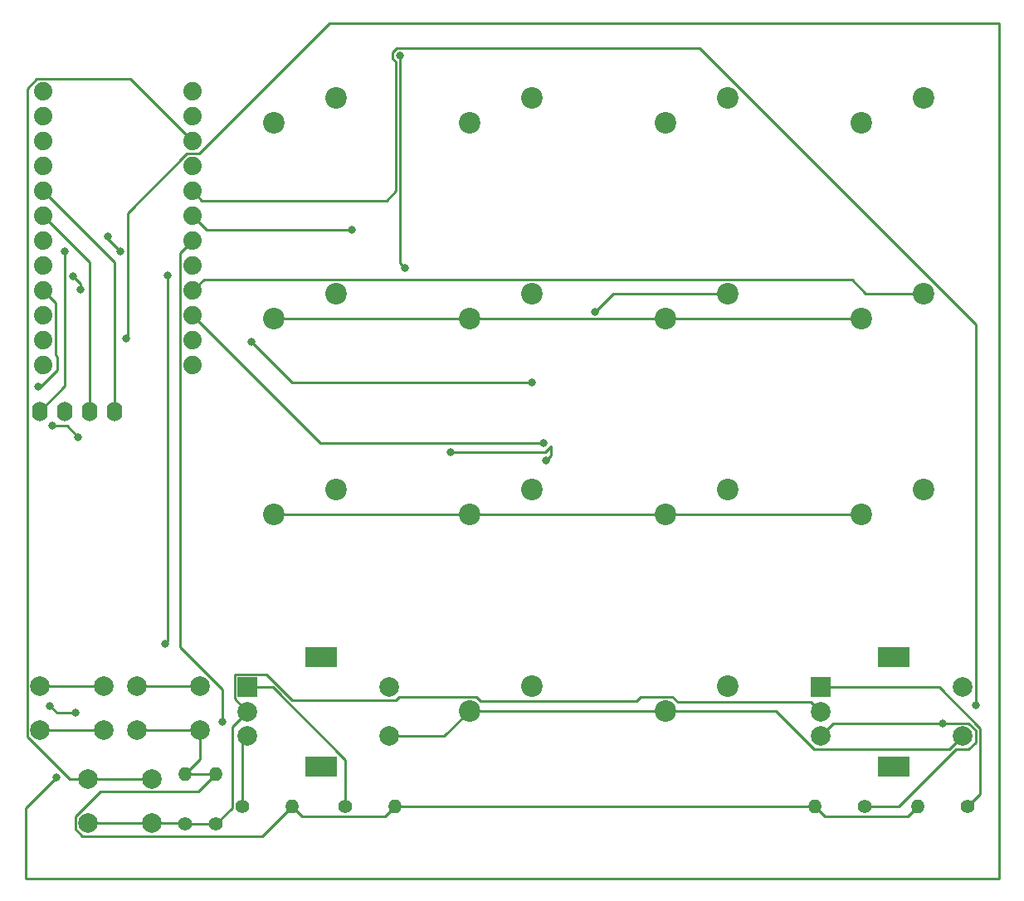
<source format=gbr>
%TF.GenerationSoftware,KiCad,Pcbnew,(5.1.6)-1*%
%TF.CreationDate,2021-03-20T19:18:11-04:00*%
%TF.ProjectId,MacroKeyboard2RotaryEncoders_Mech_with_profiles,4d616372-6f4b-4657-9962-6f6172643252,rev?*%
%TF.SameCoordinates,Original*%
%TF.FileFunction,Copper,L2,Bot*%
%TF.FilePolarity,Positive*%
%FSLAX46Y46*%
G04 Gerber Fmt 4.6, Leading zero omitted, Abs format (unit mm)*
G04 Created by KiCad (PCBNEW (5.1.6)-1) date 2021-03-20 19:18:11*
%MOMM*%
%LPD*%
G01*
G04 APERTURE LIST*
%TA.AperFunction,ComponentPad*%
%ADD10C,1.879600*%
%TD*%
%TA.AperFunction,ComponentPad*%
%ADD11O,1.600000X2.000000*%
%TD*%
%TA.AperFunction,ComponentPad*%
%ADD12O,1.400000X1.400000*%
%TD*%
%TA.AperFunction,ComponentPad*%
%ADD13C,1.400000*%
%TD*%
%TA.AperFunction,ComponentPad*%
%ADD14C,2.200000*%
%TD*%
%TA.AperFunction,ComponentPad*%
%ADD15C,2.000000*%
%TD*%
%TA.AperFunction,ComponentPad*%
%ADD16R,3.200000X2.000000*%
%TD*%
%TA.AperFunction,ComponentPad*%
%ADD17R,2.000000X2.000000*%
%TD*%
%TA.AperFunction,ViaPad*%
%ADD18C,0.800000*%
%TD*%
%TA.AperFunction,Conductor*%
%ADD19C,0.250000*%
%TD*%
G04 APERTURE END LIST*
D10*
%TO.P,B1,1*%
%TO.N,Net-(B1-Pad1)*%
X58170000Y-47366400D03*
%TO.P,B1,2*%
%TO.N,Net-(B1-Pad2)*%
X58170000Y-49906400D03*
%TO.P,B1,3*%
%TO.N,GND*%
X58170000Y-52446400D03*
%TO.P,B1,4*%
X58170000Y-54986400D03*
%TO.P,B1,5*%
%TO.N,SDA*%
X58170000Y-57526400D03*
%TO.P,B1,6*%
%TO.N,SCL*%
X58170000Y-60066400D03*
%TO.P,B1,7*%
%TO.N,ROW1*%
X58170000Y-62606400D03*
%TO.P,B1,8*%
%TO.N,ROW2*%
X58170000Y-65146400D03*
%TO.P,B1,9*%
%TO.N,ROW3*%
X58170000Y-67686400D03*
%TO.P,B1,10*%
%TO.N,RE1S1*%
X58170000Y-70226400D03*
%TO.P,B1,11*%
%TO.N,UP*%
X58170000Y-72766400D03*
%TO.P,B1,12*%
%TO.N,DOWN*%
X58170000Y-75306400D03*
%TO.P,B1,13*%
%TO.N,COL1*%
X73410000Y-75306400D03*
%TO.P,B1,14*%
%TO.N,COL2*%
X73410000Y-72766400D03*
%TO.P,B1,15*%
%TO.N,COL3*%
X73410000Y-70226400D03*
%TO.P,B1,16*%
%TO.N,COL4*%
X73410000Y-67686400D03*
%TO.P,B1,17*%
%TO.N,RE1A*%
X73410000Y-65146400D03*
%TO.P,B1,18*%
%TO.N,RE1B*%
X73410000Y-62606400D03*
%TO.P,B1,19*%
%TO.N,RE2A*%
X73410000Y-60066400D03*
%TO.P,B1,20*%
%TO.N,RE2B*%
X73410000Y-57526400D03*
%TO.P,B1,21*%
%TO.N,VCC*%
X73410000Y-54986400D03*
%TO.P,B1,22*%
%TO.N,Net-(B1-Pad22)*%
X73410000Y-52446400D03*
%TO.P,B1,23*%
%TO.N,GND*%
X73410000Y-49906400D03*
%TO.P,B1,24*%
%TO.N,Net-(B1-Pad24)*%
X73410000Y-47366400D03*
%TD*%
D11*
%TO.P,Brd1,4*%
%TO.N,SDA*%
X65417200Y-79976400D03*
%TO.P,Brd1,3*%
%TO.N,SCL*%
X62877200Y-79976400D03*
%TO.P,Brd1,1*%
%TO.N,GND*%
X57797200Y-79976400D03*
%TO.P,Brd1,2*%
%TO.N,VCC*%
X60337200Y-79976400D03*
%TD*%
D12*
%TO.P,R1,2*%
%TO.N,VCC*%
X83518400Y-120304800D03*
D13*
%TO.P,R1,1*%
%TO.N,RE1B*%
X78438400Y-120304800D03*
%TD*%
%TO.P,R2,1*%
%TO.N,RE1A*%
X88959600Y-120306400D03*
D12*
%TO.P,R2,2*%
%TO.N,VCC*%
X94039600Y-120306400D03*
%TD*%
%TO.P,R3,2*%
%TO.N,VCC*%
X136892999Y-120298599D03*
D13*
%TO.P,R3,1*%
%TO.N,RE2B*%
X141972999Y-120298599D03*
%TD*%
%TO.P,R4,1*%
%TO.N,RE2A*%
X152491600Y-120301200D03*
D12*
%TO.P,R4,2*%
%TO.N,VCC*%
X147411600Y-120301200D03*
%TD*%
%TO.P,R5,2*%
%TO.N,VCC*%
X75783801Y-117030999D03*
D13*
%TO.P,R5,1*%
%TO.N,GND*%
X75783801Y-122110999D03*
%TD*%
%TO.P,R6,1*%
%TO.N,GND*%
X72633801Y-122110999D03*
D12*
%TO.P,R6,2*%
%TO.N,VCC*%
X72633801Y-117030999D03*
%TD*%
D14*
%TO.P,SW1,2*%
%TO.N,ROW1*%
X81650000Y-50540000D03*
%TO.P,SW1,1*%
%TO.N,COL1*%
X88000000Y-48000000D03*
%TD*%
%TO.P,SW2,1*%
%TO.N,COL2*%
X108000000Y-48000000D03*
%TO.P,SW2,2*%
%TO.N,ROW1*%
X101650000Y-50540000D03*
%TD*%
%TO.P,SW3,2*%
%TO.N,ROW1*%
X121650000Y-50540000D03*
%TO.P,SW3,1*%
%TO.N,COL3*%
X128000000Y-48000000D03*
%TD*%
%TO.P,SW4,2*%
%TO.N,ROW1*%
X141650000Y-50540000D03*
%TO.P,SW4,1*%
%TO.N,COL4*%
X148000000Y-48000000D03*
%TD*%
%TO.P,SW5,2*%
%TO.N,ROW2*%
X81650000Y-70540000D03*
%TO.P,SW5,1*%
%TO.N,COL1*%
X88000000Y-68000000D03*
%TD*%
%TO.P,SW6,1*%
%TO.N,COL2*%
X108000000Y-68000000D03*
%TO.P,SW6,2*%
%TO.N,ROW2*%
X101650000Y-70540000D03*
%TD*%
%TO.P,SW7,1*%
%TO.N,COL3*%
X128000000Y-68000000D03*
%TO.P,SW7,2*%
%TO.N,ROW2*%
X121650000Y-70540000D03*
%TD*%
%TO.P,SW8,1*%
%TO.N,COL4*%
X148000000Y-68000000D03*
%TO.P,SW8,2*%
%TO.N,ROW2*%
X141650000Y-70540000D03*
%TD*%
%TO.P,SW9,1*%
%TO.N,COL1*%
X88000000Y-88000000D03*
%TO.P,SW9,2*%
%TO.N,ROW3*%
X81650000Y-90540000D03*
%TD*%
%TO.P,SW10,2*%
%TO.N,ROW3*%
X101650000Y-90540000D03*
%TO.P,SW10,1*%
%TO.N,COL2*%
X108000000Y-88000000D03*
%TD*%
%TO.P,SW11,1*%
%TO.N,COL3*%
X128000000Y-88000000D03*
%TO.P,SW11,2*%
%TO.N,ROW3*%
X121650000Y-90540000D03*
%TD*%
%TO.P,SW12,2*%
%TO.N,ROW3*%
X141650000Y-90540000D03*
%TO.P,SW12,1*%
%TO.N,COL4*%
X148000000Y-88000000D03*
%TD*%
D15*
%TO.P,SW13,S1*%
%TO.N,RE1S1*%
X93484800Y-113151600D03*
%TO.P,SW13,S2*%
%TO.N,COL1*%
X93484800Y-108151600D03*
D16*
%TO.P,SW13,MP*%
%TO.N,N/C*%
X86484800Y-116251600D03*
X86484800Y-105051600D03*
D15*
%TO.P,SW13,B*%
%TO.N,RE1B*%
X78984800Y-113151600D03*
%TO.P,SW13,C*%
%TO.N,GND*%
X78984800Y-110651600D03*
D17*
%TO.P,SW13,A*%
%TO.N,RE1A*%
X78984800Y-108151600D03*
%TD*%
D14*
%TO.P,SW14,2*%
%TO.N,RE1S1*%
X101650000Y-110540000D03*
%TO.P,SW14,1*%
%TO.N,COL2*%
X108000000Y-108000000D03*
%TD*%
%TO.P,SW15,1*%
%TO.N,COL3*%
X128000000Y-108000000D03*
%TO.P,SW15,2*%
%TO.N,RE1S1*%
X121650000Y-110540000D03*
%TD*%
D17*
%TO.P,SW16,A*%
%TO.N,RE2A*%
X137438800Y-108151600D03*
D15*
%TO.P,SW16,C*%
%TO.N,GND*%
X137438800Y-110651600D03*
%TO.P,SW16,B*%
%TO.N,RE2B*%
X137438800Y-113151600D03*
D16*
%TO.P,SW16,MP*%
%TO.N,N/C*%
X144938800Y-105051600D03*
X144938800Y-116251600D03*
D15*
%TO.P,SW16,S2*%
%TO.N,COL4*%
X151938800Y-108151600D03*
%TO.P,SW16,S1*%
%TO.N,RE1S1*%
X151938800Y-113151600D03*
%TD*%
%TO.P,SW17,2*%
%TO.N,GND*%
X62750600Y-122000400D03*
%TO.P,SW17,1*%
%TO.N,Net-(B1-Pad22)*%
X62750600Y-117500400D03*
%TO.P,SW17,2*%
%TO.N,GND*%
X69250600Y-122000400D03*
%TO.P,SW17,1*%
%TO.N,Net-(B1-Pad22)*%
X69250600Y-117500400D03*
%TD*%
%TO.P,SW18,1*%
%TO.N,UP*%
X64330400Y-108051600D03*
%TO.P,SW18,2*%
%TO.N,VCC*%
X64330400Y-112551600D03*
%TO.P,SW18,1*%
%TO.N,UP*%
X57830400Y-108051600D03*
%TO.P,SW18,2*%
%TO.N,VCC*%
X57830400Y-112551600D03*
%TD*%
%TO.P,SW19,2*%
%TO.N,VCC*%
X67680000Y-112552400D03*
%TO.P,SW19,1*%
%TO.N,DOWN*%
X67680000Y-108052400D03*
%TO.P,SW19,2*%
%TO.N,VCC*%
X74180000Y-112552400D03*
%TO.P,SW19,1*%
%TO.N,DOWN*%
X74180000Y-108052400D03*
%TD*%
D18*
%TO.N,GND*%
X60350400Y-63703200D03*
%TO.N,ROW2*%
X64719200Y-62128400D03*
X66040000Y-63703200D03*
%TO.N,ROW3*%
X57607200Y-77470000D03*
X94538800Y-43688000D03*
X95046800Y-65379600D03*
%TO.N,UP*%
X58826400Y-110032800D03*
X61417200Y-110744000D03*
X59486800Y-117348000D03*
X66598800Y-72593200D03*
X61976000Y-67564000D03*
X61196347Y-66174747D03*
%TO.N,DOWN*%
X61671200Y-82600800D03*
X59029600Y-81483200D03*
%TO.N,COL2*%
X79400400Y-72898000D03*
X108000000Y-77012000D03*
%TO.N,COL3*%
X114452400Y-69815000D03*
X109220000Y-83210400D03*
%TO.N,RE1A*%
X70866000Y-66090800D03*
X70612000Y-103733600D03*
%TO.N,RE1B*%
X76454000Y-111709200D03*
%TO.N,RE2A*%
X109474000Y-84988400D03*
X99720400Y-84124800D03*
X89662000Y-61468000D03*
%TO.N,RE2B*%
X153263600Y-109982000D03*
X149926599Y-111826599D03*
%TD*%
D19*
%TO.N,GND*%
X69250600Y-122000400D02*
X62750600Y-122000400D01*
X72523202Y-122000400D02*
X72633801Y-122110999D01*
X69250600Y-122000400D02*
X72523202Y-122000400D01*
X72633801Y-122110999D02*
X75783801Y-122110999D01*
X77413399Y-120481401D02*
X75783801Y-122110999D01*
X77413399Y-112223001D02*
X77413399Y-120481401D01*
X78984800Y-110651600D02*
X77413399Y-112223001D01*
X77659799Y-109326599D02*
X78984800Y-110651600D01*
X77659799Y-106891599D02*
X77659799Y-109326599D01*
X77724799Y-106826599D02*
X77659799Y-106891599D01*
X83531213Y-109476601D02*
X80881211Y-106826599D01*
X94120801Y-109476601D02*
X83531213Y-109476601D01*
X94482403Y-109114999D02*
X94120801Y-109476601D01*
X102334001Y-109114999D02*
X94482403Y-109114999D01*
X102794602Y-109575600D02*
X102334001Y-109114999D01*
X118668800Y-109575600D02*
X102794602Y-109575600D01*
X80881211Y-106826599D02*
X77724799Y-106826599D01*
X119129401Y-109114999D02*
X118668800Y-109575600D01*
X122870603Y-109651601D02*
X122334001Y-109114999D01*
X136438801Y-109651601D02*
X122870603Y-109651601D01*
X122334001Y-109114999D02*
X119129401Y-109114999D01*
X137438800Y-110651600D02*
X136438801Y-109651601D01*
X57797200Y-79976400D02*
X60350400Y-77423200D01*
X60350400Y-77423200D02*
X60350400Y-63703200D01*
%TO.N,SDA*%
X65417200Y-64773600D02*
X65417200Y-79976400D01*
X58170000Y-57526400D02*
X65417200Y-64773600D01*
%TO.N,SCL*%
X62877200Y-64773600D02*
X62877200Y-79976400D01*
X58170000Y-60066400D02*
X62877200Y-64773600D01*
%TO.N,ROW2*%
X121650000Y-70540000D02*
X141650000Y-70540000D01*
X101650000Y-70540000D02*
X121650000Y-70540000D01*
X81650000Y-70540000D02*
X101650000Y-70540000D01*
X64719200Y-62128400D02*
X64719200Y-62382400D01*
X64719200Y-62382400D02*
X66040000Y-63703200D01*
%TO.N,ROW3*%
X81650000Y-90540000D02*
X101650000Y-90540000D01*
X121650000Y-90540000D02*
X101650000Y-90540000D01*
X121650000Y-90540000D02*
X141650000Y-90540000D01*
X59434801Y-74268401D02*
X59588400Y-74422000D01*
X58170000Y-67686400D02*
X59434801Y-68951201D01*
X59434801Y-68951201D02*
X59434801Y-74268401D01*
X57878306Y-77470000D02*
X57607200Y-77470000D01*
X59588400Y-74422000D02*
X59588400Y-75759906D01*
X59588400Y-75759906D02*
X57878306Y-77470000D01*
X94538800Y-43688000D02*
X94538800Y-64871600D01*
X94538800Y-64871600D02*
X95046800Y-65379600D01*
%TO.N,RE1S1*%
X99038400Y-113151600D02*
X101650000Y-110540000D01*
X93484800Y-113151600D02*
X99038400Y-113151600D01*
X101650000Y-110540000D02*
X121650000Y-110540000D01*
X150613799Y-114476601D02*
X151938800Y-113151600D01*
X136802799Y-114476601D02*
X150613799Y-114476601D01*
X132866198Y-110540000D02*
X136802799Y-114476601D01*
X121650000Y-110540000D02*
X132866198Y-110540000D01*
%TO.N,UP*%
X64330400Y-108051600D02*
X57830400Y-108051600D01*
X58826400Y-110032800D02*
X59537600Y-110744000D01*
X59537600Y-110744000D02*
X61417200Y-110744000D01*
X66765001Y-72426999D02*
X66598800Y-72593200D01*
X66765001Y-59749095D02*
X66765001Y-72426999D01*
X72802895Y-53711201D02*
X66765001Y-59749095D01*
X74017105Y-53711201D02*
X72802895Y-53711201D01*
X87378296Y-40350010D02*
X74017105Y-53711201D01*
X56350010Y-120484790D02*
X56350010Y-127649990D01*
X56350010Y-127649990D02*
X155649990Y-127649990D01*
X59486800Y-117348000D02*
X56350010Y-120484790D01*
X155649990Y-127649990D02*
X155649990Y-40350010D01*
X155649990Y-40350010D02*
X87378296Y-40350010D01*
X61976000Y-67564000D02*
X61976000Y-66954400D01*
X61976000Y-66954400D02*
X61196347Y-66174747D01*
%TO.N,DOWN*%
X67680000Y-108052400D02*
X74180000Y-108052400D01*
X61671200Y-82600800D02*
X60553600Y-81483200D01*
X60553600Y-81483200D02*
X59029600Y-81483200D01*
%TO.N,COL2*%
X83514400Y-77012000D02*
X108000000Y-77012000D01*
X79400400Y-72898000D02*
X83514400Y-77012000D01*
%TO.N,COL3*%
X128000000Y-68000000D02*
X116267400Y-68000000D01*
X116267400Y-68000000D02*
X114452400Y-69815000D01*
X86394000Y-83210400D02*
X73410000Y-70226400D01*
X109220000Y-83210400D02*
X86394000Y-83210400D01*
%TO.N,COL4*%
X74521401Y-66574999D02*
X73410000Y-67686400D01*
X140655997Y-66574999D02*
X74521401Y-66574999D01*
X142080998Y-68000000D02*
X140655997Y-66574999D01*
X148000000Y-68000000D02*
X142080998Y-68000000D01*
%TO.N,RE1A*%
X81569802Y-108151600D02*
X78984800Y-108151600D01*
X88959600Y-115541398D02*
X81569802Y-108151600D01*
X88959600Y-120306400D02*
X88959600Y-115541398D01*
X70866000Y-66090800D02*
X70866000Y-103479600D01*
X70866000Y-103479600D02*
X70612000Y-103733600D01*
%TO.N,RE1B*%
X78438400Y-113698000D02*
X78984800Y-113151600D01*
X78438400Y-120304800D02*
X78438400Y-113698000D01*
X72145199Y-104056597D02*
X76454000Y-108365398D01*
X73410000Y-62606400D02*
X72145199Y-63871201D01*
X76454000Y-108365398D02*
X76454000Y-111709200D01*
X72145199Y-63871201D02*
X72145199Y-104056597D01*
%TO.N,RE2A*%
X149536212Y-108151600D02*
X137438800Y-108151600D01*
X153713810Y-112329198D02*
X149536212Y-108151600D01*
X153713811Y-119078989D02*
X153713810Y-112329198D01*
X152491600Y-120301200D02*
X153713811Y-119078989D01*
X109378602Y-84124800D02*
X99720400Y-84124800D01*
X109945001Y-83558401D02*
X109378602Y-84124800D01*
X109474000Y-84988400D02*
X109945001Y-84517399D01*
X109945001Y-84517399D02*
X109945001Y-83558401D01*
X74811600Y-61468000D02*
X73410000Y-60066400D01*
X89662000Y-61468000D02*
X74811600Y-61468000D01*
%TO.N,RE2B*%
X138763801Y-111826599D02*
X137438800Y-113151600D01*
X152574801Y-114476601D02*
X153263801Y-113787601D01*
X151250209Y-114476601D02*
X152574801Y-114476601D01*
X153263801Y-112515599D02*
X152574801Y-111826599D01*
X145428211Y-120298599D02*
X151250209Y-114476601D01*
X153263801Y-113787601D02*
X153263801Y-112515599D01*
X141972999Y-120298599D02*
X145428211Y-120298599D01*
X94088790Y-57526400D02*
X94088790Y-44310992D01*
X94088790Y-44310992D02*
X93813799Y-44036001D01*
X93148991Y-58466199D02*
X94088790Y-57526400D01*
X94190799Y-42962999D02*
X125072001Y-42962999D01*
X125072001Y-42962999D02*
X153263801Y-71154799D01*
X73410000Y-57526400D02*
X74349799Y-58466199D01*
X74349799Y-58466199D02*
X93148991Y-58466199D01*
X93813799Y-44036001D02*
X93813799Y-43339999D01*
X153263801Y-71154799D02*
X153263801Y-109981799D01*
X93813799Y-43339999D02*
X94190799Y-42962999D01*
X153263801Y-109981799D02*
X153263600Y-109982000D01*
X152574801Y-111826599D02*
X149926599Y-111826599D01*
X149926599Y-111826599D02*
X138763801Y-111826599D01*
%TO.N,VCC*%
X137918000Y-121323600D02*
X136892999Y-120298599D01*
X146389200Y-121323600D02*
X137918000Y-121323600D01*
X147411600Y-120301200D02*
X146389200Y-121323600D01*
X93014599Y-121331401D02*
X84545001Y-121331401D01*
X84545001Y-121331401D02*
X83518400Y-120304800D01*
X94039600Y-120306400D02*
X93014599Y-121331401D01*
X74180000Y-112552400D02*
X67680000Y-112552400D01*
X64330400Y-112551600D02*
X57830400Y-112551600D01*
X72633801Y-117030999D02*
X75783801Y-117030999D01*
X74180000Y-115484800D02*
X72633801Y-117030999D01*
X74180000Y-112552400D02*
X74180000Y-115484800D01*
X80497799Y-123325401D02*
X83518400Y-120304800D01*
X61425599Y-122636401D02*
X62114599Y-123325401D01*
X62114599Y-123325401D02*
X80497799Y-123325401D01*
X61425599Y-121364399D02*
X61425599Y-122636401D01*
X63964597Y-118825401D02*
X61425599Y-121364399D01*
X73989399Y-118825401D02*
X63964597Y-118825401D01*
X75783801Y-117030999D02*
X73989399Y-118825401D01*
X94047401Y-120298599D02*
X94039600Y-120306400D01*
X136892999Y-120298599D02*
X94047401Y-120298599D01*
%TO.N,Net-(B1-Pad22)*%
X56505399Y-113187601D02*
X60818198Y-117500400D01*
X56505399Y-47075801D02*
X56505399Y-113187601D01*
X57479601Y-46101599D02*
X56505399Y-47075801D01*
X67065199Y-46101599D02*
X57479601Y-46101599D01*
X60818198Y-117500400D02*
X62750600Y-117500400D01*
X73410000Y-52446400D02*
X67065199Y-46101599D01*
X62750600Y-117500400D02*
X69250600Y-117500400D01*
%TD*%
M02*

</source>
